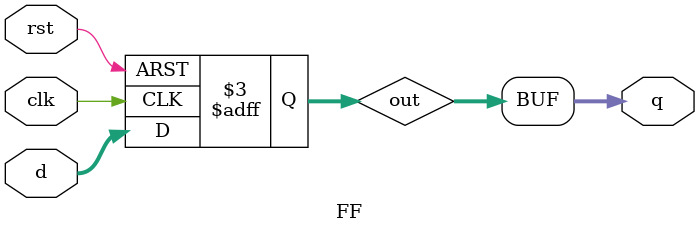
<source format=v>
module FF(d, q, rst, clk);
input [7:0] d;
input  clk;
output  [7:0] q;
reg [7:0] out;
input rst;
 
always @(posedge clk or negedge rst)
if(~rst) out <= 8'b00000000; else
 begin
 out <= #1 d;
 end
 assign q = out;
 endmodule
 
</source>
